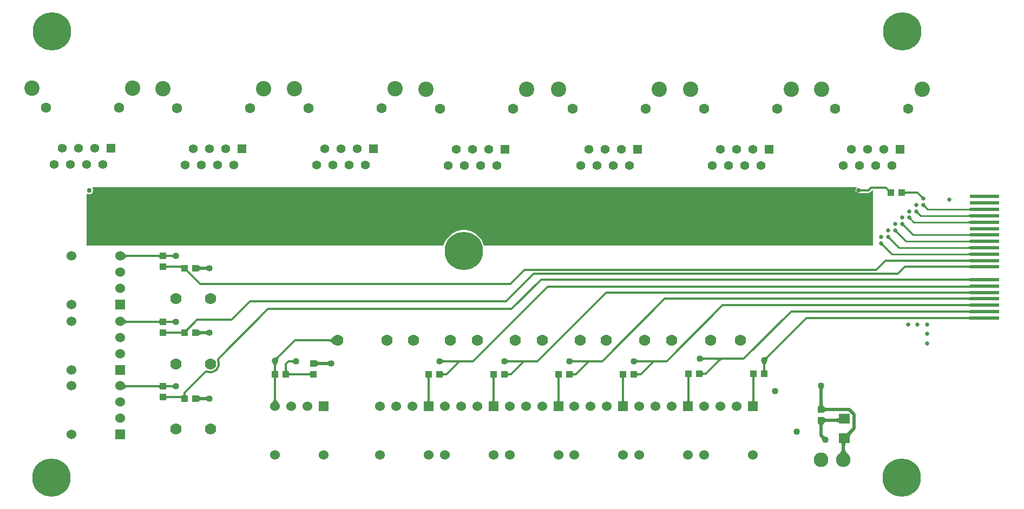
<source format=gtl>
G04*
G04 #@! TF.GenerationSoftware,Altium Limited,Altium Designer,22.11.1 (43)*
G04*
G04 Layer_Physical_Order=1*
G04 Layer_Color=255*
%FSAX25Y25*%
%MOIN*%
G70*
G04*
G04 #@! TF.SameCoordinates,EBA4B4AC-1B08-4463-AFC9-2197B451F785*
G04*
G04*
G04 #@! TF.FilePolarity,Positive*
G04*
G01*
G75*
%ADD10C,0.01000*%
%ADD17R,0.04331X0.03937*%
%ADD18R,0.03937X0.04331*%
%ADD19R,0.18300X0.02400*%
%ADD20R,0.07087X0.05906*%
%ADD38C,0.01200*%
%ADD39C,0.01200*%
%ADD40C,0.02000*%
%ADD41C,0.07000*%
%ADD42C,0.09449*%
%ADD43C,0.06299*%
%ADD44C,0.05512*%
%ADD45R,0.05512X0.05512*%
%ADD46C,0.06000*%
%ADD47R,0.06000X0.06000*%
%ADD48C,0.23622*%
%ADD49R,0.06000X0.06000*%
%ADD50C,0.09000*%
%ADD51C,0.03000*%
%ADD52C,0.02500*%
%ADD53C,0.04000*%
G36*
X0539352Y0239154D02*
X0539450Y0239077D01*
X0539554Y0239009D01*
X0539665Y0238951D01*
X0539782Y0238901D01*
X0539905Y0238861D01*
X0540035Y0238829D01*
X0540172Y0238807D01*
X0540314Y0238793D01*
X0540464Y0238789D01*
Y0237589D01*
X0540314Y0237584D01*
X0540172Y0237571D01*
X0540035Y0237548D01*
X0539905Y0237517D01*
X0539782Y0237476D01*
X0539665Y0237427D01*
X0539554Y0237368D01*
X0539450Y0237301D01*
X0539352Y0237225D01*
X0539260Y0237139D01*
Y0239239D01*
X0539352Y0239154D01*
D02*
G37*
G36*
X0556403Y0239533D02*
X0557217Y0238844D01*
X0557441Y0238695D01*
X0557642Y0238587D01*
X0557818Y0238519D01*
X0557971Y0238492D01*
X0558100Y0238505D01*
X0558205Y0238559D01*
X0556323Y0237070D01*
X0556399Y0237154D01*
X0556438Y0237257D01*
X0556442Y0237378D01*
X0556410Y0237519D01*
X0556342Y0237679D01*
X0556238Y0237859D01*
X0556098Y0238057D01*
X0555922Y0238275D01*
X0555463Y0238768D01*
X0556084Y0239844D01*
X0556403Y0239533D01*
D02*
G37*
G36*
X0537210Y0240060D02*
X0537108Y0239391D01*
X0537035Y0239342D01*
X0536682Y0238813D01*
X0536558Y0238189D01*
X0536682Y0237565D01*
X0537035Y0237035D01*
X0537565Y0236682D01*
X0538189Y0236558D01*
X0544516D01*
X0545141Y0236682D01*
X0545670Y0237035D01*
X0546744Y0238110D01*
X0547244Y0238077D01*
Y0203937D01*
X0307722D01*
X0307148Y0205705D01*
X0306233Y0207502D01*
X0305047Y0209133D01*
X0303621Y0210559D01*
X0301990Y0211744D01*
X0300193Y0212660D01*
X0298275Y0213283D01*
X0296284Y0213598D01*
X0294267D01*
X0292276Y0213283D01*
X0290358Y0212660D01*
X0288561Y0211744D01*
X0286930Y0210559D01*
X0285504Y0209133D01*
X0284319Y0207502D01*
X0283403Y0205705D01*
X0282829Y0203937D01*
X0062992D01*
Y0235594D01*
X0063492Y0235928D01*
X0064070Y0235689D01*
X0065064D01*
X0065983Y0236070D01*
X0066686Y0236773D01*
X0067067Y0237692D01*
Y0238686D01*
X0066686Y0239605D01*
X0066596Y0239696D01*
X0066787Y0240158D01*
X0537131D01*
X0537210Y0240060D01*
D02*
G37*
G36*
X0567323Y0237700D02*
X0567359Y0237598D01*
X0567419Y0237508D01*
X0567503Y0237430D01*
X0567611Y0237364D01*
X0567743Y0237310D01*
X0567899Y0237268D01*
X0568079Y0237238D01*
X0568283Y0237220D01*
X0568511Y0237214D01*
Y0236014D01*
X0568283Y0236008D01*
X0568079Y0235990D01*
X0567899Y0235960D01*
X0567743Y0235918D01*
X0567611Y0235864D01*
X0567503Y0235798D01*
X0567419Y0235720D01*
X0567359Y0235630D01*
X0567323Y0235528D01*
X0567311Y0235414D01*
Y0237814D01*
X0567323Y0237700D01*
D02*
G37*
G36*
X0577561Y0234709D02*
X0577746Y0234554D01*
X0577836Y0234492D01*
X0577924Y0234439D01*
X0578010Y0234396D01*
X0578094Y0234362D01*
X0578176Y0234339D01*
X0578256Y0234325D01*
X0578334Y0234321D01*
X0577097Y0233083D01*
X0577092Y0233161D01*
X0577078Y0233241D01*
X0577055Y0233323D01*
X0577022Y0233407D01*
X0576978Y0233493D01*
X0576926Y0233581D01*
X0576863Y0233671D01*
X0576791Y0233763D01*
X0576616Y0233952D01*
X0577465Y0234801D01*
X0577561Y0234709D01*
D02*
G37*
G36*
X0579600Y0229017D02*
X0579612Y0228914D01*
X0579634Y0228813D01*
X0579665Y0228713D01*
X0579705Y0228615D01*
X0579754Y0228519D01*
X0579812Y0228423D01*
X0579879Y0228330D01*
X0579955Y0228238D01*
X0580040Y0228147D01*
X0579333Y0227440D01*
X0579243Y0227525D01*
X0579151Y0227601D01*
X0579057Y0227669D01*
X0578962Y0227727D01*
X0578865Y0227776D01*
X0578767Y0227815D01*
X0578667Y0227846D01*
X0578566Y0227868D01*
X0578463Y0227880D01*
X0578359Y0227884D01*
X0579596Y0229121D01*
X0579600Y0229017D01*
D02*
G37*
G36*
X0607016Y0225378D02*
X0607006Y0225473D01*
X0606975Y0225558D01*
X0606925Y0225633D01*
X0606854Y0225698D01*
X0606763Y0225753D01*
X0606651Y0225798D01*
X0606520Y0225833D01*
X0606368Y0225858D01*
X0606196Y0225873D01*
X0606004Y0225878D01*
Y0226878D01*
X0606196Y0226883D01*
X0606368Y0226898D01*
X0606520Y0226923D01*
X0606651Y0226958D01*
X0606763Y0227003D01*
X0606854Y0227058D01*
X0606925Y0227123D01*
X0606975Y0227198D01*
X0607006Y0227283D01*
X0607016Y0227378D01*
Y0225378D01*
D02*
G37*
G36*
X0575269Y0225080D02*
X0575282Y0224977D01*
X0575303Y0224876D01*
X0575334Y0224776D01*
X0575374Y0224678D01*
X0575423Y0224582D01*
X0575481Y0224486D01*
X0575548Y0224393D01*
X0575624Y0224301D01*
X0575710Y0224210D01*
X0575003Y0223503D01*
X0574912Y0223588D01*
X0574820Y0223664D01*
X0574726Y0223731D01*
X0574631Y0223790D01*
X0574534Y0223838D01*
X0574436Y0223878D01*
X0574336Y0223909D01*
X0574235Y0223931D01*
X0574132Y0223943D01*
X0574028Y0223947D01*
X0575266Y0225184D01*
X0575269Y0225080D01*
D02*
G37*
G36*
X0607016Y0221441D02*
X0607006Y0221536D01*
X0606975Y0221621D01*
X0606925Y0221696D01*
X0606854Y0221761D01*
X0606763Y0221816D01*
X0606651Y0221861D01*
X0606520Y0221896D01*
X0606368Y0221921D01*
X0606196Y0221936D01*
X0606004Y0221941D01*
Y0222941D01*
X0606196Y0222946D01*
X0606368Y0222961D01*
X0606520Y0222986D01*
X0606651Y0223021D01*
X0606763Y0223066D01*
X0606854Y0223121D01*
X0606925Y0223186D01*
X0606975Y0223261D01*
X0607006Y0223346D01*
X0607016Y0223441D01*
Y0221441D01*
D02*
G37*
G36*
X0570938Y0221143D02*
X0570951Y0221040D01*
X0570973Y0220939D01*
X0571003Y0220839D01*
X0571043Y0220741D01*
X0571092Y0220644D01*
X0571150Y0220549D01*
X0571217Y0220456D01*
X0571294Y0220364D01*
X0571379Y0220273D01*
X0570672Y0219566D01*
X0570581Y0219651D01*
X0570489Y0219727D01*
X0570396Y0219795D01*
X0570300Y0219853D01*
X0570204Y0219901D01*
X0570106Y0219941D01*
X0570006Y0219972D01*
X0569905Y0219994D01*
X0569802Y0220006D01*
X0569698Y0220010D01*
X0570935Y0221247D01*
X0570938Y0221143D01*
D02*
G37*
G36*
X0607016Y0217504D02*
X0607006Y0217599D01*
X0606975Y0217684D01*
X0606925Y0217759D01*
X0606854Y0217824D01*
X0606763Y0217879D01*
X0606651Y0217924D01*
X0606520Y0217959D01*
X0606368Y0217984D01*
X0606196Y0217999D01*
X0606004Y0218004D01*
Y0219004D01*
X0606196Y0219009D01*
X0606368Y0219024D01*
X0606520Y0219049D01*
X0606651Y0219084D01*
X0606763Y0219129D01*
X0606854Y0219184D01*
X0606925Y0219249D01*
X0606975Y0219324D01*
X0607006Y0219409D01*
X0607016Y0219504D01*
Y0217504D01*
D02*
G37*
G36*
X0566608Y0217206D02*
X0566620Y0217103D01*
X0566642Y0217002D01*
X0566673Y0216902D01*
X0566713Y0216804D01*
X0566762Y0216707D01*
X0566820Y0216612D01*
X0566887Y0216519D01*
X0566963Y0216427D01*
X0567048Y0216336D01*
X0566341Y0215629D01*
X0566251Y0215714D01*
X0566158Y0215790D01*
X0566065Y0215858D01*
X0565970Y0215916D01*
X0565873Y0215965D01*
X0565775Y0216004D01*
X0565675Y0216035D01*
X0565574Y0216057D01*
X0565471Y0216069D01*
X0565367Y0216073D01*
X0566604Y0217310D01*
X0566608Y0217206D01*
D02*
G37*
G36*
X0562277Y0213269D02*
X0562290Y0213166D01*
X0562311Y0213065D01*
X0562342Y0212965D01*
X0562382Y0212867D01*
X0562431Y0212771D01*
X0562489Y0212675D01*
X0562556Y0212582D01*
X0562632Y0212490D01*
X0562718Y0212399D01*
X0562010Y0211692D01*
X0561920Y0211777D01*
X0561828Y0211853D01*
X0561734Y0211920D01*
X0561639Y0211979D01*
X0561542Y0212028D01*
X0561444Y0212067D01*
X0561344Y0212098D01*
X0561243Y0212120D01*
X0561140Y0212132D01*
X0561036Y0212136D01*
X0562274Y0213373D01*
X0562277Y0213269D01*
D02*
G37*
G36*
X0607016Y0209630D02*
X0607006Y0209725D01*
X0606975Y0209810D01*
X0606925Y0209885D01*
X0606854Y0209950D01*
X0606763Y0210005D01*
X0606651Y0210050D01*
X0606520Y0210085D01*
X0606368Y0210110D01*
X0606196Y0210125D01*
X0606004Y0210130D01*
Y0211130D01*
X0606196Y0211135D01*
X0606368Y0211150D01*
X0606520Y0211175D01*
X0606651Y0211210D01*
X0606763Y0211255D01*
X0606854Y0211310D01*
X0606925Y0211375D01*
X0606975Y0211450D01*
X0607006Y0211535D01*
X0607016Y0211630D01*
Y0209630D01*
D02*
G37*
G36*
X0557946Y0209332D02*
X0557959Y0209229D01*
X0557981Y0209128D01*
X0558011Y0209028D01*
X0558051Y0208930D01*
X0558100Y0208834D01*
X0558158Y0208738D01*
X0558225Y0208645D01*
X0558302Y0208553D01*
X0558387Y0208462D01*
X0557680Y0207755D01*
X0557589Y0207840D01*
X0557497Y0207916D01*
X0557403Y0207983D01*
X0557308Y0208042D01*
X0557211Y0208090D01*
X0557113Y0208130D01*
X0557014Y0208161D01*
X0556912Y0208183D01*
X0556810Y0208195D01*
X0556705Y0208199D01*
X0557943Y0209436D01*
X0557946Y0209332D01*
D02*
G37*
G36*
X0607016Y0205693D02*
X0607006Y0205788D01*
X0606975Y0205873D01*
X0606925Y0205948D01*
X0606854Y0206013D01*
X0606763Y0206068D01*
X0606651Y0206113D01*
X0606520Y0206148D01*
X0606368Y0206173D01*
X0606196Y0206188D01*
X0606004Y0206193D01*
Y0207193D01*
X0606196Y0207198D01*
X0606368Y0207213D01*
X0606520Y0207238D01*
X0606651Y0207273D01*
X0606763Y0207318D01*
X0606854Y0207373D01*
X0606925Y0207438D01*
X0606975Y0207513D01*
X0607006Y0207598D01*
X0607016Y0207693D01*
Y0205693D01*
D02*
G37*
G36*
X0553616Y0205395D02*
X0553628Y0205292D01*
X0553650Y0205191D01*
X0553681Y0205091D01*
X0553721Y0204993D01*
X0553769Y0204896D01*
X0553827Y0204801D01*
X0553895Y0204708D01*
X0553971Y0204616D01*
X0554056Y0204525D01*
X0553349Y0203818D01*
X0553258Y0203903D01*
X0553166Y0203979D01*
X0553073Y0204047D01*
X0552978Y0204104D01*
X0552881Y0204153D01*
X0552783Y0204193D01*
X0552683Y0204224D01*
X0552582Y0204246D01*
X0552479Y0204258D01*
X0552375Y0204262D01*
X0553612Y0205499D01*
X0553616Y0205395D01*
D02*
G37*
G36*
X0607016Y0201756D02*
X0607006Y0201851D01*
X0606975Y0201936D01*
X0606925Y0202011D01*
X0606854Y0202076D01*
X0606763Y0202131D01*
X0606651Y0202176D01*
X0606520Y0202211D01*
X0606368Y0202236D01*
X0606196Y0202251D01*
X0606004Y0202256D01*
Y0203256D01*
X0606196Y0203261D01*
X0606368Y0203276D01*
X0606520Y0203301D01*
X0606651Y0203336D01*
X0606763Y0203381D01*
X0606854Y0203436D01*
X0606925Y0203501D01*
X0606975Y0203576D01*
X0607006Y0203661D01*
X0607016Y0203756D01*
Y0201756D01*
D02*
G37*
G36*
Y0197819D02*
X0607006Y0197914D01*
X0606975Y0197999D01*
X0606925Y0198074D01*
X0606854Y0198139D01*
X0606763Y0198194D01*
X0606651Y0198239D01*
X0606520Y0198274D01*
X0606368Y0198299D01*
X0606196Y0198314D01*
X0606004Y0198319D01*
Y0199319D01*
X0606196Y0199324D01*
X0606368Y0199339D01*
X0606520Y0199364D01*
X0606651Y0199399D01*
X0606763Y0199444D01*
X0606854Y0199499D01*
X0606925Y0199564D01*
X0606975Y0199639D01*
X0607006Y0199724D01*
X0607016Y0199819D01*
Y0197819D01*
D02*
G37*
G36*
X0111799Y0198724D02*
X0111836Y0198622D01*
X0111896Y0198532D01*
X0111981Y0198454D01*
X0112090Y0198388D01*
X0112223Y0198334D01*
X0112381Y0198292D01*
X0112563Y0198262D01*
X0112769Y0198244D01*
X0112999Y0198238D01*
Y0197038D01*
X0112769Y0197032D01*
X0112563Y0197014D01*
X0112381Y0196984D01*
X0112223Y0196942D01*
X0112090Y0196888D01*
X0111981Y0196822D01*
X0111896Y0196744D01*
X0111836Y0196654D01*
X0111799Y0196552D01*
X0111787Y0196438D01*
Y0198838D01*
X0111799Y0198724D01*
D02*
G37*
G36*
X0107898Y0196438D02*
X0107886Y0196552D01*
X0107850Y0196654D01*
X0107789Y0196744D01*
X0107704Y0196822D01*
X0107595Y0196888D01*
X0107462Y0196942D01*
X0107304Y0196984D01*
X0107122Y0197014D01*
X0106916Y0197032D01*
X0106686Y0197038D01*
Y0198238D01*
X0106916Y0198244D01*
X0107122Y0198262D01*
X0107304Y0198292D01*
X0107462Y0198334D01*
X0107595Y0198388D01*
X0107704Y0198454D01*
X0107789Y0198532D01*
X0107850Y0198622D01*
X0107886Y0198724D01*
X0107898Y0198838D01*
Y0196438D01*
D02*
G37*
G36*
X0116682Y0196238D02*
X0116524Y0196390D01*
X0116364Y0196526D01*
X0116201Y0196646D01*
X0116037Y0196750D01*
X0115870Y0196838D01*
X0115701Y0196910D01*
X0115530Y0196966D01*
X0115356Y0197006D01*
X0115180Y0197030D01*
X0115002Y0197038D01*
Y0198238D01*
X0115180Y0198246D01*
X0115356Y0198270D01*
X0115530Y0198310D01*
X0115701Y0198366D01*
X0115870Y0198438D01*
X0116037Y0198526D01*
X0116201Y0198630D01*
X0116364Y0198750D01*
X0116524Y0198886D01*
X0116682Y0199038D01*
Y0196238D01*
D02*
G37*
G36*
X0086020Y0199470D02*
X0086565Y0198984D01*
X0086829Y0198786D01*
X0087087Y0198618D01*
X0087340Y0198481D01*
X0087588Y0198375D01*
X0087830Y0198299D01*
X0088067Y0198253D01*
X0088298Y0198238D01*
X0088266Y0197038D01*
X0088039Y0197023D01*
X0087805Y0196979D01*
X0087562Y0196905D01*
X0087311Y0196801D01*
X0087052Y0196669D01*
X0086784Y0196506D01*
X0086508Y0196314D01*
X0086224Y0196093D01*
X0085630Y0195561D01*
X0085740Y0199760D01*
X0086020Y0199470D01*
D02*
G37*
G36*
X0607004Y0193694D02*
X0606992Y0193806D01*
X0606956Y0193906D01*
X0606896Y0193994D01*
X0606812Y0194070D01*
X0606704Y0194135D01*
X0606572Y0194188D01*
X0606416Y0194229D01*
X0606236Y0194258D01*
X0606032Y0194276D01*
X0605804Y0194282D01*
Y0195482D01*
X0606032Y0195488D01*
X0606236Y0195505D01*
X0606416Y0195535D01*
X0606572Y0195576D01*
X0606704Y0195629D01*
X0606812Y0195694D01*
X0606896Y0195770D01*
X0606956Y0195858D01*
X0606992Y0195958D01*
X0607004Y0196070D01*
Y0193694D01*
D02*
G37*
G36*
Y0189757D02*
X0606992Y0189869D01*
X0606956Y0189969D01*
X0606896Y0190057D01*
X0606812Y0190133D01*
X0606704Y0190198D01*
X0606572Y0190251D01*
X0606416Y0190292D01*
X0606236Y0190321D01*
X0606032Y0190339D01*
X0605804Y0190345D01*
Y0191545D01*
X0606032Y0191551D01*
X0606236Y0191568D01*
X0606416Y0191598D01*
X0606572Y0191639D01*
X0606704Y0191692D01*
X0606812Y0191757D01*
X0606896Y0191833D01*
X0606956Y0191921D01*
X0606992Y0192021D01*
X0607004Y0192133D01*
Y0189757D01*
D02*
G37*
G36*
X0121087Y0189745D02*
X0121074Y0189859D01*
X0121038Y0189961D01*
X0120977Y0190051D01*
X0120892Y0190129D01*
X0120782Y0190195D01*
X0120649Y0190249D01*
X0120492Y0190291D01*
X0120310Y0190321D01*
X0120105Y0190339D01*
X0119875Y0190345D01*
Y0191545D01*
X0120103Y0191551D01*
X0120307Y0191568D01*
X0120487Y0191596D01*
X0120643Y0191636D01*
X0120775Y0191687D01*
X0120883Y0191750D01*
X0120967Y0191824D01*
X0121027Y0191909D01*
X0121063Y0192006D01*
X0121075Y0192114D01*
X0121087Y0189745D01*
D02*
G37*
G36*
X0111799Y0192031D02*
X0111836Y0191929D01*
X0111896Y0191839D01*
X0111981Y0191761D01*
X0112090Y0191695D01*
X0112223Y0191641D01*
X0112381Y0191599D01*
X0112563Y0191569D01*
X0112769Y0191551D01*
X0112999Y0191545D01*
Y0190345D01*
X0112769Y0190339D01*
X0112563Y0190321D01*
X0112381Y0190291D01*
X0112223Y0190249D01*
X0112090Y0190195D01*
X0111981Y0190129D01*
X0111896Y0190051D01*
X0111836Y0189961D01*
X0111799Y0189859D01*
X0111787Y0189745D01*
Y0192145D01*
X0111799Y0192031D01*
D02*
G37*
G36*
X0137154Y0188758D02*
X0137069Y0188833D01*
X0136969Y0188901D01*
X0136854Y0188962D01*
X0136726Y0189014D01*
X0136582Y0189058D01*
X0136425Y0189093D01*
X0136253Y0189121D01*
X0136066Y0189141D01*
X0135651Y0189157D01*
Y0191157D01*
X0135866Y0191162D01*
X0136253Y0191193D01*
X0136425Y0191221D01*
X0136582Y0191258D01*
X0136726Y0191302D01*
X0136854Y0191353D01*
X0136969Y0191413D01*
X0137069Y0191481D01*
X0137154Y0191558D01*
Y0188758D01*
D02*
G37*
G36*
X0132095Y0191932D02*
X0132155Y0191770D01*
X0132255Y0191626D01*
X0132395Y0191502D01*
X0132574Y0191397D01*
X0132794Y0191311D01*
X0133054Y0191244D01*
X0133354Y0191196D01*
X0133695Y0191167D01*
X0134074Y0191157D01*
Y0189157D01*
X0133695Y0189148D01*
X0133354Y0189119D01*
X0133054Y0189071D01*
X0132794Y0189004D01*
X0132574Y0188918D01*
X0132395Y0188813D01*
X0132255Y0188689D01*
X0132155Y0188545D01*
X0132095Y0188383D01*
X0132074Y0188201D01*
Y0192114D01*
X0132095Y0191932D01*
D02*
G37*
G36*
X0125294Y0189618D02*
X0125255Y0189515D01*
X0125251Y0189393D01*
X0125283Y0189252D01*
X0125351Y0189092D01*
X0125455Y0188913D01*
X0125595Y0188715D01*
X0125771Y0188497D01*
X0126230Y0188004D01*
X0125185Y0187352D01*
X0124946Y0187582D01*
X0124515Y0187946D01*
X0124323Y0188081D01*
X0124146Y0188182D01*
X0123984Y0188253D01*
X0123837Y0188291D01*
X0123705Y0188297D01*
X0123589Y0188271D01*
X0123488Y0188213D01*
X0125370Y0189701D01*
X0125294Y0189618D01*
D02*
G37*
G36*
X0607004Y0181883D02*
X0606992Y0181995D01*
X0606956Y0182095D01*
X0606896Y0182183D01*
X0606812Y0182259D01*
X0606704Y0182324D01*
X0606572Y0182377D01*
X0606416Y0182418D01*
X0606236Y0182447D01*
X0606032Y0182465D01*
X0605804Y0182471D01*
Y0183671D01*
X0606032Y0183677D01*
X0606236Y0183694D01*
X0606416Y0183724D01*
X0606572Y0183765D01*
X0606704Y0183818D01*
X0606812Y0183882D01*
X0606896Y0183959D01*
X0606956Y0184047D01*
X0606992Y0184147D01*
X0607004Y0184259D01*
Y0181883D01*
D02*
G37*
G36*
Y0177946D02*
X0606992Y0177982D01*
X0606956Y0178014D01*
X0606896Y0178042D01*
X0606812Y0178066D01*
X0606704Y0178087D01*
X0606572Y0178104D01*
X0606236Y0178126D01*
X0605804Y0178134D01*
Y0179334D01*
X0606033Y0179340D01*
X0606239Y0179358D01*
X0606420Y0179388D01*
X0606578Y0179430D01*
X0606711Y0179484D01*
X0606820Y0179550D01*
X0606905Y0179628D01*
X0606966Y0179718D01*
X0607003Y0179820D01*
X0607016Y0179934D01*
X0607004Y0177946D01*
D02*
G37*
G36*
Y0174009D02*
X0606992Y0174121D01*
X0606956Y0174221D01*
X0606896Y0174309D01*
X0606812Y0174385D01*
X0606704Y0174450D01*
X0606572Y0174503D01*
X0606416Y0174544D01*
X0606236Y0174573D01*
X0606032Y0174591D01*
X0605804Y0174597D01*
Y0175797D01*
X0606032Y0175803D01*
X0606236Y0175820D01*
X0606416Y0175850D01*
X0606572Y0175891D01*
X0606704Y0175944D01*
X0606812Y0176008D01*
X0606896Y0176085D01*
X0606956Y0176173D01*
X0606992Y0176273D01*
X0607004Y0176385D01*
Y0174009D01*
D02*
G37*
G36*
Y0170072D02*
X0606992Y0170184D01*
X0606956Y0170283D01*
X0606896Y0170372D01*
X0606812Y0170448D01*
X0606704Y0170513D01*
X0606572Y0170566D01*
X0606416Y0170607D01*
X0606236Y0170636D01*
X0606032Y0170654D01*
X0605804Y0170660D01*
Y0171860D01*
X0606032Y0171866D01*
X0606236Y0171883D01*
X0606416Y0171913D01*
X0606572Y0171954D01*
X0606704Y0172007D01*
X0606812Y0172072D01*
X0606896Y0172148D01*
X0606956Y0172236D01*
X0606992Y0172336D01*
X0607004Y0172448D01*
Y0170072D01*
D02*
G37*
G36*
Y0166135D02*
X0606992Y0166247D01*
X0606956Y0166347D01*
X0606896Y0166435D01*
X0606812Y0166511D01*
X0606704Y0166576D01*
X0606572Y0166629D01*
X0606416Y0166670D01*
X0606236Y0166699D01*
X0606032Y0166717D01*
X0605804Y0166723D01*
Y0167923D01*
X0606032Y0167929D01*
X0606236Y0167946D01*
X0606416Y0167976D01*
X0606572Y0168017D01*
X0606704Y0168070D01*
X0606812Y0168134D01*
X0606896Y0168211D01*
X0606956Y0168299D01*
X0606992Y0168399D01*
X0607004Y0168511D01*
Y0166135D01*
D02*
G37*
G36*
Y0162198D02*
X0606992Y0162310D01*
X0606956Y0162409D01*
X0606896Y0162498D01*
X0606812Y0162574D01*
X0606704Y0162639D01*
X0606572Y0162692D01*
X0606416Y0162733D01*
X0606236Y0162762D01*
X0606032Y0162780D01*
X0605804Y0162786D01*
Y0163986D01*
X0606032Y0163992D01*
X0606236Y0164009D01*
X0606416Y0164039D01*
X0606572Y0164080D01*
X0606704Y0164133D01*
X0606812Y0164198D01*
X0606896Y0164274D01*
X0606956Y0164362D01*
X0606992Y0164462D01*
X0607004Y0164574D01*
Y0162198D01*
D02*
G37*
G36*
Y0158261D02*
X0606992Y0158372D01*
X0606956Y0158473D01*
X0606896Y0158561D01*
X0606812Y0158637D01*
X0606704Y0158702D01*
X0606572Y0158755D01*
X0606416Y0158796D01*
X0606236Y0158825D01*
X0606032Y0158843D01*
X0605804Y0158849D01*
Y0160049D01*
X0606032Y0160055D01*
X0606236Y0160072D01*
X0606416Y0160102D01*
X0606572Y0160143D01*
X0606704Y0160196D01*
X0606812Y0160260D01*
X0606896Y0160337D01*
X0606956Y0160425D01*
X0606992Y0160525D01*
X0607004Y0160637D01*
Y0158261D01*
D02*
G37*
G36*
X0111799Y0158173D02*
X0111836Y0158071D01*
X0111896Y0157981D01*
X0111981Y0157903D01*
X0112090Y0157837D01*
X0112223Y0157783D01*
X0112381Y0157741D01*
X0112563Y0157711D01*
X0112769Y0157693D01*
X0112999Y0157687D01*
Y0156487D01*
X0112769Y0156481D01*
X0112563Y0156463D01*
X0112381Y0156433D01*
X0112223Y0156391D01*
X0112090Y0156337D01*
X0111981Y0156271D01*
X0111896Y0156193D01*
X0111836Y0156103D01*
X0111799Y0156001D01*
X0111787Y0155887D01*
Y0158287D01*
X0111799Y0158173D01*
D02*
G37*
G36*
X0107898Y0155887D02*
X0107886Y0156001D01*
X0107850Y0156103D01*
X0107789Y0156193D01*
X0107704Y0156271D01*
X0107595Y0156337D01*
X0107462Y0156391D01*
X0107304Y0156433D01*
X0107122Y0156463D01*
X0106916Y0156481D01*
X0106686Y0156487D01*
Y0157687D01*
X0106916Y0157693D01*
X0107122Y0157711D01*
X0107304Y0157741D01*
X0107462Y0157783D01*
X0107595Y0157837D01*
X0107704Y0157903D01*
X0107789Y0157981D01*
X0107850Y0158071D01*
X0107886Y0158173D01*
X0107898Y0158287D01*
Y0155887D01*
D02*
G37*
G36*
X0116682Y0155687D02*
X0116524Y0155839D01*
X0116364Y0155975D01*
X0116201Y0156095D01*
X0116037Y0156199D01*
X0115870Y0156287D01*
X0115701Y0156359D01*
X0115530Y0156415D01*
X0115356Y0156455D01*
X0115180Y0156479D01*
X0115002Y0156487D01*
Y0157687D01*
X0115180Y0157695D01*
X0115356Y0157719D01*
X0115530Y0157759D01*
X0115701Y0157815D01*
X0115870Y0157887D01*
X0116037Y0157975D01*
X0116201Y0158079D01*
X0116364Y0158199D01*
X0116524Y0158335D01*
X0116682Y0158487D01*
Y0155687D01*
D02*
G37*
G36*
X0086219Y0158990D02*
X0086449Y0158716D01*
X0086681Y0158475D01*
X0086914Y0158266D01*
X0087148Y0158089D01*
X0087384Y0157944D01*
X0087621Y0157831D01*
X0087860Y0157751D01*
X0088099Y0157703D01*
X0088341Y0157687D01*
X0088145Y0156487D01*
X0087935Y0156473D01*
X0087710Y0156433D01*
X0087468Y0156366D01*
X0087210Y0156272D01*
X0086937Y0156152D01*
X0086647Y0156005D01*
X0086020Y0155630D01*
X0085682Y0155402D01*
X0085328Y0155148D01*
X0085990Y0159295D01*
X0086219Y0158990D01*
D02*
G37*
G36*
X0126230Y0152547D02*
X0125983Y0152291D01*
X0125595Y0151837D01*
X0125455Y0151638D01*
X0125351Y0151459D01*
X0125283Y0151299D01*
X0125251Y0151158D01*
X0125255Y0151036D01*
X0125294Y0150934D01*
X0125370Y0150850D01*
X0123488Y0152338D01*
X0123589Y0152280D01*
X0123705Y0152254D01*
X0123837Y0152260D01*
X0123983Y0152299D01*
X0124145Y0152369D01*
X0124323Y0152471D01*
X0124515Y0152605D01*
X0124723Y0152771D01*
X0125185Y0153199D01*
X0126230Y0152547D01*
D02*
G37*
G36*
X0121087Y0149194D02*
X0121075Y0149308D01*
X0121038Y0149410D01*
X0120978Y0149500D01*
X0120893Y0149578D01*
X0120784Y0149644D01*
X0120651Y0149698D01*
X0120493Y0149740D01*
X0120311Y0149770D01*
X0120105Y0149788D01*
X0119875Y0149794D01*
Y0150994D01*
X0120105Y0151000D01*
X0120311Y0151018D01*
X0120493Y0151048D01*
X0120651Y0151090D01*
X0120784Y0151144D01*
X0120893Y0151210D01*
X0120978Y0151288D01*
X0121038Y0151378D01*
X0121075Y0151480D01*
X0121087Y0151594D01*
Y0149194D01*
D02*
G37*
G36*
X0111799Y0151480D02*
X0111836Y0151378D01*
X0111896Y0151288D01*
X0111981Y0151210D01*
X0112090Y0151144D01*
X0112223Y0151090D01*
X0112381Y0151048D01*
X0112563Y0151018D01*
X0112769Y0151000D01*
X0112999Y0150994D01*
Y0149794D01*
X0112769Y0149788D01*
X0112563Y0149770D01*
X0112381Y0149740D01*
X0112223Y0149698D01*
X0112090Y0149644D01*
X0111981Y0149578D01*
X0111896Y0149500D01*
X0111836Y0149410D01*
X0111799Y0149308D01*
X0111787Y0149194D01*
Y0151594D01*
X0111799Y0151480D01*
D02*
G37*
G36*
X0137154Y0148994D02*
X0137069Y0149070D01*
X0136969Y0149138D01*
X0136854Y0149198D01*
X0136726Y0149250D01*
X0136582Y0149294D01*
X0136425Y0149330D01*
X0136253Y0149358D01*
X0136066Y0149378D01*
X0135651Y0149394D01*
Y0151394D01*
X0135866Y0151398D01*
X0136253Y0151430D01*
X0136425Y0151458D01*
X0136582Y0151494D01*
X0136726Y0151538D01*
X0136854Y0151590D01*
X0136969Y0151650D01*
X0137069Y0151718D01*
X0137154Y0151794D01*
Y0148994D01*
D02*
G37*
G36*
X0132095Y0152169D02*
X0132155Y0152006D01*
X0132255Y0151862D01*
X0132395Y0151738D01*
X0132574Y0151633D01*
X0132794Y0151547D01*
X0133054Y0151480D01*
X0133354Y0151432D01*
X0133695Y0151403D01*
X0134074Y0151394D01*
Y0149394D01*
X0133695Y0149384D01*
X0133354Y0149355D01*
X0133054Y0149308D01*
X0132794Y0149241D01*
X0132574Y0149155D01*
X0132395Y0149049D01*
X0132255Y0148925D01*
X0132155Y0148782D01*
X0132095Y0148619D01*
X0132074Y0148437D01*
Y0152350D01*
X0132095Y0152169D01*
D02*
G37*
G36*
X0215217Y0143219D02*
X0214860Y0143571D01*
X0214181Y0144163D01*
X0213859Y0144403D01*
X0213548Y0144607D01*
X0213249Y0144773D01*
X0212962Y0144903D01*
X0212686Y0144995D01*
X0212421Y0145051D01*
X0212168Y0145069D01*
Y0146269D01*
X0212421Y0146288D01*
X0212686Y0146343D01*
X0212962Y0146436D01*
X0213249Y0146565D01*
X0213548Y0146732D01*
X0213859Y0146935D01*
X0214181Y0147176D01*
X0214515Y0147453D01*
X0215217Y0148119D01*
Y0143219D01*
D02*
G37*
G36*
X0181567Y0135049D02*
X0181444Y0134913D01*
X0181337Y0134770D01*
X0181248Y0134619D01*
X0181176Y0134460D01*
X0181121Y0134293D01*
X0181083Y0134118D01*
X0181062Y0133936D01*
X0181058Y0133746D01*
X0181071Y0133548D01*
X0181101Y0133343D01*
X0178811Y0134954D01*
X0179036Y0134996D01*
X0179453Y0135104D01*
X0179645Y0135171D01*
X0179825Y0135245D01*
X0179995Y0135328D01*
X0180154Y0135419D01*
X0180301Y0135519D01*
X0180438Y0135627D01*
X0180563Y0135742D01*
X0181567Y0135049D01*
D02*
G37*
G36*
X0482937Y0135069D02*
X0482817Y0134937D01*
X0482709Y0134796D01*
X0482615Y0134645D01*
X0482533Y0134484D01*
X0482465Y0134314D01*
X0482409Y0134133D01*
X0482366Y0133943D01*
X0482336Y0133744D01*
X0482319Y0133534D01*
X0482315Y0133315D01*
X0480335Y0135295D01*
X0480554Y0135299D01*
X0480764Y0135316D01*
X0480963Y0135346D01*
X0481153Y0135389D01*
X0481333Y0135445D01*
X0481504Y0135514D01*
X0481665Y0135595D01*
X0481815Y0135689D01*
X0481957Y0135797D01*
X0482088Y0135917D01*
X0482937Y0135069D01*
D02*
G37*
G36*
X0442137Y0135500D02*
X0442298Y0135364D01*
X0442460Y0135244D01*
X0442625Y0135140D01*
X0442791Y0135052D01*
X0442961Y0134980D01*
X0443132Y0134924D01*
X0443305Y0134884D01*
X0443481Y0134860D01*
X0443659Y0134852D01*
Y0133652D01*
X0443481Y0133644D01*
X0443305Y0133620D01*
X0443132Y0133580D01*
X0442961Y0133524D01*
X0442791Y0133452D01*
X0442625Y0133364D01*
X0442460Y0133260D01*
X0442298Y0133140D01*
X0442137Y0133004D01*
X0441980Y0132852D01*
Y0135652D01*
X0442137Y0135500D01*
D02*
G37*
G36*
X0454963Y0133652D02*
X0454726Y0133643D01*
X0454497Y0133618D01*
X0454274Y0133576D01*
X0454059Y0133516D01*
X0453851Y0133440D01*
X0453649Y0133346D01*
X0453455Y0133236D01*
X0453268Y0133109D01*
X0453088Y0132965D01*
X0452914Y0132803D01*
X0451217D01*
X0451366Y0132965D01*
X0451475Y0133109D01*
X0451542Y0133236D01*
X0451568Y0133346D01*
X0451554Y0133440D01*
X0451498Y0133516D01*
X0451401Y0133576D01*
X0451264Y0133618D01*
X0451085Y0133643D01*
X0450866Y0133652D01*
X0453514Y0134852D01*
X0454963Y0133652D01*
D02*
G37*
G36*
X0401586Y0134150D02*
X0401746Y0134013D01*
X0401909Y0133894D01*
X0402073Y0133790D01*
X0402240Y0133702D01*
X0402409Y0133630D01*
X0402580Y0133573D01*
X0402754Y0133534D01*
X0402930Y0133510D01*
X0403108Y0133502D01*
Y0132301D01*
X0402930Y0132293D01*
X0402754Y0132270D01*
X0402580Y0132229D01*
X0402409Y0132174D01*
X0402240Y0132102D01*
X0402073Y0132013D01*
X0401909Y0131910D01*
X0401746Y0131790D01*
X0401586Y0131653D01*
X0401428Y0131501D01*
Y0134301D01*
X0401586Y0134150D01*
D02*
G37*
G36*
X0281901D02*
X0282061Y0134013D01*
X0282224Y0133894D01*
X0282388Y0133790D01*
X0282555Y0133702D01*
X0282724Y0133630D01*
X0282896Y0133573D01*
X0283069Y0133534D01*
X0283245Y0133510D01*
X0283423Y0133502D01*
Y0132301D01*
X0283245Y0132293D01*
X0283069Y0132270D01*
X0282896Y0132229D01*
X0282724Y0132174D01*
X0282555Y0132102D01*
X0282388Y0132013D01*
X0282224Y0131910D01*
X0282061Y0131790D01*
X0281901Y0131653D01*
X0281743Y0131501D01*
Y0134301D01*
X0281901Y0134150D01*
D02*
G37*
G36*
X0361822Y0134150D02*
X0361982Y0134013D01*
X0362145Y0133894D01*
X0362310Y0133790D01*
X0362476Y0133701D01*
X0362645Y0133629D01*
X0362817Y0133573D01*
X0362990Y0133533D01*
X0363166Y0133509D01*
X0363344Y0133501D01*
Y0132301D01*
X0363166Y0132293D01*
X0362990Y0132270D01*
X0362817Y0132229D01*
X0362645Y0132174D01*
X0362476Y0132101D01*
X0362310Y0132013D01*
X0362145Y0131909D01*
X0361982Y0131790D01*
X0361822Y0131653D01*
X0361664Y0131501D01*
Y0134301D01*
X0361822Y0134150D01*
D02*
G37*
G36*
X0321862Y0134149D02*
X0322022Y0134013D01*
X0322184Y0133893D01*
X0322349Y0133789D01*
X0322516Y0133701D01*
X0322685Y0133629D01*
X0322856Y0133573D01*
X0323030Y0133533D01*
X0323205Y0133509D01*
X0323383Y0133501D01*
Y0132301D01*
X0323205Y0132293D01*
X0323030Y0132269D01*
X0322856Y0132229D01*
X0322685Y0132173D01*
X0322516Y0132101D01*
X0322349Y0132013D01*
X0322184Y0131909D01*
X0322022Y0131789D01*
X0321862Y0131653D01*
X0321704Y0131501D01*
Y0134301D01*
X0321862Y0134149D01*
D02*
G37*
G36*
X0190698Y0131277D02*
X0190540Y0131429D01*
X0190380Y0131565D01*
X0190217Y0131685D01*
X0190053Y0131789D01*
X0189886Y0131877D01*
X0189717Y0131949D01*
X0189545Y0132005D01*
X0189372Y0132045D01*
X0189196Y0132069D01*
X0189018Y0132077D01*
Y0133277D01*
X0189196Y0133285D01*
X0189372Y0133309D01*
X0189545Y0133349D01*
X0189717Y0133405D01*
X0189886Y0133477D01*
X0190053Y0133565D01*
X0190217Y0133669D01*
X0190380Y0133789D01*
X0190540Y0133925D01*
X0190698Y0134077D01*
Y0131277D01*
D02*
G37*
G36*
X0481563Y0131709D02*
X0481427Y0131549D01*
X0481307Y0131386D01*
X0481203Y0131222D01*
X0481115Y0131055D01*
X0481043Y0130886D01*
X0480987Y0130714D01*
X0480947Y0130541D01*
X0480923Y0130365D01*
X0480915Y0130187D01*
X0479715D01*
X0479707Y0130365D01*
X0479683Y0130541D01*
X0479643Y0130714D01*
X0479587Y0130886D01*
X0479515Y0131055D01*
X0479427Y0131222D01*
X0479323Y0131386D01*
X0479203Y0131549D01*
X0479067Y0131709D01*
X0478915Y0131867D01*
X0481715D01*
X0481563Y0131709D01*
D02*
G37*
G36*
X0212351Y0130096D02*
X0212266Y0130172D01*
X0212166Y0130240D01*
X0212051Y0130300D01*
X0211923Y0130352D01*
X0211779Y0130396D01*
X0211622Y0130432D01*
X0211450Y0130460D01*
X0211263Y0130480D01*
X0210847Y0130496D01*
X0210847Y0132496D01*
X0211063Y0132500D01*
X0211450Y0132532D01*
X0211622Y0132560D01*
X0211779Y0132596D01*
X0211922Y0132640D01*
X0212051Y0132692D01*
X0212166Y0132752D01*
X0212266Y0132820D01*
X0212351Y0132896D01*
X0212351Y0130096D01*
D02*
G37*
G36*
X0180382Y0131394D02*
X0180246Y0131234D01*
X0180126Y0131071D01*
X0180022Y0130907D01*
X0179934Y0130740D01*
X0179862Y0130571D01*
X0179806Y0130400D01*
X0179766Y0130226D01*
X0179742Y0130050D01*
X0179734Y0129872D01*
X0178534D01*
X0178526Y0130050D01*
X0178502Y0130226D01*
X0178462Y0130400D01*
X0178406Y0130571D01*
X0178334Y0130740D01*
X0178246Y0130907D01*
X0178142Y0131071D01*
X0178022Y0131234D01*
X0177886Y0131394D01*
X0177734Y0131552D01*
X0180534D01*
X0180382Y0131394D01*
D02*
G37*
G36*
X0204720Y0133306D02*
X0204781Y0133136D01*
X0204882Y0132986D01*
X0205022Y0132856D01*
X0205203Y0132746D01*
X0205425Y0132656D01*
X0205686Y0132586D01*
X0205988Y0132536D01*
X0206330Y0132506D01*
X0206712Y0132496D01*
Y0130496D01*
X0206330Y0130486D01*
X0205988Y0130456D01*
X0205686Y0130406D01*
X0205425Y0130336D01*
X0205203Y0130246D01*
X0205022Y0130136D01*
X0204882Y0130006D01*
X0204781Y0129856D01*
X0204720Y0129686D01*
X0204700Y0129496D01*
Y0133496D01*
X0204720Y0133306D01*
D02*
G37*
G36*
X0480921Y0128123D02*
X0480939Y0127917D01*
X0480969Y0127735D01*
X0481011Y0127578D01*
X0481065Y0127444D01*
X0481131Y0127335D01*
X0481209Y0127250D01*
X0481299Y0127190D01*
X0481401Y0127154D01*
X0481515Y0127141D01*
X0479115D01*
X0479229Y0127154D01*
X0479331Y0127190D01*
X0479421Y0127250D01*
X0479499Y0127335D01*
X0479565Y0127444D01*
X0479619Y0127578D01*
X0479661Y0127735D01*
X0479691Y0127917D01*
X0479709Y0128123D01*
X0479715Y0128353D01*
X0480915D01*
X0480921Y0128123D01*
D02*
G37*
G36*
X0186433Y0127808D02*
X0186451Y0127602D01*
X0186481Y0127420D01*
X0186523Y0127263D01*
X0186577Y0127129D01*
X0186643Y0127020D01*
X0186721Y0126936D01*
X0186811Y0126875D01*
X0186913Y0126839D01*
X0187027Y0126826D01*
X0184627D01*
X0184741Y0126839D01*
X0184843Y0126875D01*
X0184933Y0126936D01*
X0185011Y0127020D01*
X0185077Y0127129D01*
X0185131Y0127263D01*
X0185173Y0127420D01*
X0185203Y0127602D01*
X0185221Y0127808D01*
X0185227Y0128038D01*
X0186427D01*
X0186433Y0127808D01*
D02*
G37*
G36*
X0179740D02*
X0179758Y0127602D01*
X0179788Y0127420D01*
X0179830Y0127263D01*
X0179884Y0127129D01*
X0179950Y0127020D01*
X0180028Y0126936D01*
X0180118Y0126875D01*
X0180220Y0126839D01*
X0180334Y0126826D01*
X0177934D01*
X0178048Y0126839D01*
X0178150Y0126875D01*
X0178240Y0126936D01*
X0178318Y0127020D01*
X0178384Y0127129D01*
X0178438Y0127263D01*
X0178480Y0127420D01*
X0178510Y0127602D01*
X0178528Y0127808D01*
X0178534Y0128038D01*
X0179734D01*
X0179740Y0127808D01*
D02*
G37*
G36*
X0442478Y0126297D02*
X0442514Y0126195D01*
X0442574Y0126105D01*
X0442658Y0126027D01*
X0442766Y0125961D01*
X0442898Y0125907D01*
X0443054Y0125865D01*
X0443234Y0125835D01*
X0443438Y0125817D01*
X0443666Y0125811D01*
Y0124611D01*
X0443438Y0124605D01*
X0443234Y0124587D01*
X0443054Y0124557D01*
X0442898Y0124515D01*
X0442766Y0124461D01*
X0442658Y0124395D01*
X0442574Y0124317D01*
X0442514Y0124227D01*
X0442478Y0124125D01*
X0442466Y0124011D01*
Y0126411D01*
X0442478Y0126297D01*
D02*
G37*
G36*
X0200811Y0123682D02*
X0200799Y0123796D01*
X0200763Y0123898D01*
X0200702Y0123988D01*
X0200618Y0124066D01*
X0200508Y0124132D01*
X0200375Y0124186D01*
X0200218Y0124228D01*
X0200036Y0124258D01*
X0199830Y0124276D01*
X0199599Y0124282D01*
Y0125482D01*
X0199830Y0125488D01*
X0200036Y0125506D01*
X0200218Y0125536D01*
X0200375Y0125578D01*
X0200508Y0125632D01*
X0200618Y0125698D01*
X0200702Y0125776D01*
X0200763Y0125866D01*
X0200799Y0125968D01*
X0200811Y0126082D01*
Y0123682D01*
D02*
G37*
G36*
X0187992Y0125968D02*
X0188028Y0125866D01*
X0188088Y0125776D01*
X0188172Y0125698D01*
X0188280Y0125632D01*
X0188412Y0125578D01*
X0188568Y0125536D01*
X0188748Y0125506D01*
X0188952Y0125488D01*
X0189180Y0125482D01*
Y0124282D01*
X0188952Y0124276D01*
X0188748Y0124258D01*
X0188568Y0124228D01*
X0188412Y0124186D01*
X0188280Y0124132D01*
X0188172Y0124066D01*
X0188088Y0123988D01*
X0188028Y0123898D01*
X0187992Y0123796D01*
X0187980Y0123682D01*
Y0126082D01*
X0187992Y0125968D01*
D02*
G37*
G36*
X0402165Y0125889D02*
X0402201Y0125787D01*
X0402261Y0125697D01*
X0402345Y0125619D01*
X0402453Y0125553D01*
X0402585Y0125499D01*
X0402741Y0125457D01*
X0402921Y0125427D01*
X0403125Y0125409D01*
X0403353Y0125403D01*
Y0124203D01*
X0403125Y0124197D01*
X0402921Y0124179D01*
X0402741Y0124149D01*
X0402585Y0124107D01*
X0402453Y0124053D01*
X0402345Y0123987D01*
X0402261Y0123909D01*
X0402201Y0123819D01*
X0402165Y0123717D01*
X0402153Y0123603D01*
Y0126003D01*
X0402165Y0125889D01*
D02*
G37*
G36*
X0282480D02*
X0282516Y0125787D01*
X0282576Y0125697D01*
X0282660Y0125619D01*
X0282768Y0125553D01*
X0282900Y0125499D01*
X0283056Y0125457D01*
X0283236Y0125427D01*
X0283440Y0125409D01*
X0283668Y0125403D01*
Y0124203D01*
X0283440Y0124197D01*
X0283236Y0124179D01*
X0283056Y0124149D01*
X0282900Y0124107D01*
X0282768Y0124053D01*
X0282660Y0123987D01*
X0282576Y0123909D01*
X0282516Y0123819D01*
X0282480Y0123717D01*
X0282468Y0123603D01*
Y0126003D01*
X0282480Y0125889D01*
D02*
G37*
G36*
X0362402Y0125889D02*
X0362438Y0125787D01*
X0362497Y0125697D01*
X0362581Y0125619D01*
X0362689Y0125553D01*
X0362822Y0125499D01*
X0362978Y0125457D01*
X0363158Y0125427D01*
X0363362Y0125409D01*
X0363590Y0125403D01*
Y0124203D01*
X0363362Y0124197D01*
X0363158Y0124179D01*
X0362978Y0124149D01*
X0362822Y0124107D01*
X0362689Y0124053D01*
X0362581Y0123987D01*
X0362497Y0123909D01*
X0362438Y0123819D01*
X0362402Y0123717D01*
X0362389Y0123603D01*
Y0126003D01*
X0362402Y0125889D01*
D02*
G37*
G36*
X0322441Y0125889D02*
X0322477Y0125787D01*
X0322537Y0125697D01*
X0322621Y0125619D01*
X0322729Y0125553D01*
X0322861Y0125499D01*
X0323017Y0125457D01*
X0323197Y0125427D01*
X0323401Y0125409D01*
X0323629Y0125403D01*
Y0124203D01*
X0323401Y0124197D01*
X0323197Y0124179D01*
X0323017Y0124149D01*
X0322861Y0124107D01*
X0322729Y0124053D01*
X0322621Y0123987D01*
X0322537Y0123909D01*
X0322477Y0123819D01*
X0322441Y0123717D01*
X0322429Y0123603D01*
Y0126003D01*
X0322441Y0125889D01*
D02*
G37*
G36*
X0434706Y0123255D02*
X0434604Y0123218D01*
X0434514Y0123158D01*
X0434436Y0123073D01*
X0434370Y0122964D01*
X0434316Y0122830D01*
X0434274Y0122673D01*
X0434244Y0122491D01*
X0434226Y0122285D01*
X0434220Y0122055D01*
X0433020D01*
X0433014Y0122285D01*
X0432996Y0122491D01*
X0432966Y0122673D01*
X0432924Y0122830D01*
X0432870Y0122964D01*
X0432804Y0123073D01*
X0432726Y0123158D01*
X0432636Y0123218D01*
X0432534Y0123255D01*
X0432420Y0123267D01*
X0434820D01*
X0434706Y0123255D01*
D02*
G37*
G36*
X0474708Y0123240D02*
X0474606Y0123204D01*
X0474516Y0123143D01*
X0474438Y0123058D01*
X0474372Y0122949D01*
X0474318Y0122816D01*
X0474276Y0122659D01*
X0474246Y0122477D01*
X0474228Y0122271D01*
X0474222Y0122040D01*
X0473022D01*
X0473016Y0122271D01*
X0472998Y0122477D01*
X0472968Y0122659D01*
X0472926Y0122816D01*
X0472872Y0122949D01*
X0472806Y0123058D01*
X0472728Y0123143D01*
X0472638Y0123204D01*
X0472536Y0123240D01*
X0472422Y0123252D01*
X0474822D01*
X0474708Y0123240D01*
D02*
G37*
G36*
X0180220Y0122925D02*
X0180118Y0122889D01*
X0180028Y0122828D01*
X0179950Y0122743D01*
X0179884Y0122634D01*
X0179830Y0122501D01*
X0179788Y0122344D01*
X0179758Y0122162D01*
X0179740Y0121956D01*
X0179734Y0121725D01*
X0178534D01*
X0178528Y0121956D01*
X0178510Y0122162D01*
X0178480Y0122344D01*
X0178438Y0122501D01*
X0178384Y0122634D01*
X0178318Y0122743D01*
X0178240Y0122828D01*
X0178150Y0122889D01*
X0178048Y0122925D01*
X0177934Y0122937D01*
X0180334D01*
X0180220Y0122925D01*
D02*
G37*
G36*
X0394393Y0122846D02*
X0394291Y0122810D01*
X0394201Y0122750D01*
X0394123Y0122665D01*
X0394057Y0122556D01*
X0394003Y0122422D01*
X0393961Y0122265D01*
X0393931Y0122083D01*
X0393913Y0121877D01*
X0393907Y0121647D01*
X0392707D01*
X0392701Y0121877D01*
X0392683Y0122083D01*
X0392653Y0122265D01*
X0392611Y0122422D01*
X0392557Y0122556D01*
X0392491Y0122665D01*
X0392413Y0122750D01*
X0392323Y0122810D01*
X0392221Y0122846D01*
X0392107Y0122859D01*
X0394507D01*
X0394393Y0122846D01*
D02*
G37*
G36*
X0274708D02*
X0274606Y0122810D01*
X0274516Y0122750D01*
X0274438Y0122665D01*
X0274372Y0122556D01*
X0274318Y0122422D01*
X0274276Y0122265D01*
X0274246Y0122083D01*
X0274228Y0121877D01*
X0274222Y0121647D01*
X0273022D01*
X0273016Y0121877D01*
X0272998Y0122083D01*
X0272968Y0122265D01*
X0272926Y0122422D01*
X0272872Y0122556D01*
X0272806Y0122665D01*
X0272728Y0122750D01*
X0272638Y0122810D01*
X0272536Y0122846D01*
X0272422Y0122859D01*
X0274822D01*
X0274708Y0122846D01*
D02*
G37*
G36*
X0354629Y0122846D02*
X0354527Y0122810D01*
X0354437Y0122750D01*
X0354359Y0122665D01*
X0354293Y0122556D01*
X0354239Y0122422D01*
X0354197Y0122265D01*
X0354167Y0122083D01*
X0354149Y0121877D01*
X0354143Y0121647D01*
X0352943D01*
X0352937Y0121877D01*
X0352919Y0122083D01*
X0352889Y0122265D01*
X0352847Y0122422D01*
X0352793Y0122556D01*
X0352727Y0122665D01*
X0352649Y0122750D01*
X0352559Y0122810D01*
X0352457Y0122846D01*
X0352343Y0122859D01*
X0354743D01*
X0354629Y0122846D01*
D02*
G37*
G36*
X0314669Y0122846D02*
X0314567Y0122810D01*
X0314477Y0122749D01*
X0314399Y0122665D01*
X0314333Y0122556D01*
X0314279Y0122422D01*
X0314237Y0122265D01*
X0314207Y0122083D01*
X0314189Y0121877D01*
X0314183Y0121647D01*
X0312983D01*
X0312977Y0121877D01*
X0312959Y0122083D01*
X0312929Y0122265D01*
X0312887Y0122422D01*
X0312833Y0122556D01*
X0312767Y0122665D01*
X0312689Y0122749D01*
X0312599Y0122810D01*
X0312497Y0122846D01*
X0312383Y0122859D01*
X0314783D01*
X0314669Y0122846D01*
D02*
G37*
G36*
X0111799Y0118409D02*
X0111836Y0118307D01*
X0111896Y0118217D01*
X0111981Y0118139D01*
X0112090Y0118073D01*
X0112223Y0118019D01*
X0112381Y0117977D01*
X0112563Y0117947D01*
X0112769Y0117929D01*
X0112999Y0117923D01*
Y0116723D01*
X0112769Y0116717D01*
X0112563Y0116699D01*
X0112381Y0116669D01*
X0112223Y0116627D01*
X0112090Y0116573D01*
X0111981Y0116507D01*
X0111896Y0116429D01*
X0111836Y0116339D01*
X0111799Y0116237D01*
X0111787Y0116123D01*
Y0118523D01*
X0111799Y0118409D01*
D02*
G37*
G36*
X0107898Y0116123D02*
X0107886Y0116237D01*
X0107850Y0116339D01*
X0107789Y0116429D01*
X0107704Y0116507D01*
X0107595Y0116573D01*
X0107462Y0116627D01*
X0107304Y0116669D01*
X0107122Y0116699D01*
X0106916Y0116717D01*
X0106686Y0116723D01*
Y0117923D01*
X0106916Y0117929D01*
X0107122Y0117947D01*
X0107304Y0117977D01*
X0107462Y0118019D01*
X0107595Y0118073D01*
X0107704Y0118139D01*
X0107789Y0118217D01*
X0107850Y0118307D01*
X0107886Y0118409D01*
X0107898Y0118523D01*
Y0116123D01*
D02*
G37*
G36*
X0116682Y0115923D02*
X0116524Y0116075D01*
X0116364Y0116211D01*
X0116201Y0116331D01*
X0116037Y0116435D01*
X0115870Y0116523D01*
X0115701Y0116595D01*
X0115530Y0116651D01*
X0115356Y0116691D01*
X0115180Y0116715D01*
X0115002Y0116723D01*
Y0117923D01*
X0115180Y0117931D01*
X0115356Y0117955D01*
X0115530Y0117995D01*
X0115701Y0118051D01*
X0115870Y0118123D01*
X0116037Y0118211D01*
X0116201Y0118315D01*
X0116364Y0118435D01*
X0116524Y0118571D01*
X0116682Y0118723D01*
Y0115923D01*
D02*
G37*
G36*
X0086161Y0119220D02*
X0086396Y0118948D01*
X0086632Y0118708D01*
X0086868Y0118499D01*
X0087105Y0118323D01*
X0087342Y0118179D01*
X0087581Y0118067D01*
X0087819Y0117987D01*
X0088059Y0117939D01*
X0088299Y0117923D01*
X0088120Y0116723D01*
X0087909Y0116709D01*
X0087682Y0116669D01*
X0087440Y0116601D01*
X0087183Y0116506D01*
X0086910Y0116384D01*
X0086623Y0116235D01*
X0086002Y0115856D01*
X0085669Y0115626D01*
X0085321Y0115369D01*
X0085927Y0119525D01*
X0086161Y0119220D01*
D02*
G37*
G36*
X0516678Y0116203D02*
X0516610Y0116103D01*
X0516550Y0115988D01*
X0516498Y0115859D01*
X0516454Y0115716D01*
X0516418Y0115559D01*
X0516390Y0115387D01*
X0516370Y0115200D01*
X0516354Y0114785D01*
X0514354D01*
X0514350Y0115000D01*
X0514318Y0115387D01*
X0514290Y0115559D01*
X0514254Y0115716D01*
X0514210Y0115859D01*
X0514158Y0115988D01*
X0514098Y0116103D01*
X0514030Y0116203D01*
X0513954Y0116288D01*
X0516754D01*
X0516678Y0116203D01*
D02*
G37*
G36*
X0123834Y0112769D02*
X0123852Y0112563D01*
X0123882Y0112381D01*
X0123924Y0112223D01*
X0123978Y0112090D01*
X0124044Y0111981D01*
X0124122Y0111896D01*
X0124212Y0111836D01*
X0124314Y0111799D01*
X0124428Y0111787D01*
X0122028D01*
X0122142Y0111799D01*
X0122244Y0111836D01*
X0122334Y0111896D01*
X0122412Y0111981D01*
X0122478Y0112090D01*
X0122532Y0112223D01*
X0122574Y0112381D01*
X0122604Y0112563D01*
X0122622Y0112769D01*
X0122628Y0112999D01*
X0123828D01*
X0123834Y0112769D01*
D02*
G37*
G36*
X0121087Y0109430D02*
X0121074Y0109544D01*
X0121038Y0109646D01*
X0120977Y0109736D01*
X0120892Y0109814D01*
X0120782Y0109880D01*
X0120649Y0109934D01*
X0120492Y0109976D01*
X0120310Y0110006D01*
X0120105Y0110024D01*
X0119875Y0110030D01*
Y0111230D01*
X0120103Y0111236D01*
X0120307Y0111253D01*
X0120487Y0111281D01*
X0120643Y0111321D01*
X0120775Y0111372D01*
X0120883Y0111435D01*
X0120967Y0111509D01*
X0121027Y0111594D01*
X0121063Y0111691D01*
X0121075Y0111799D01*
X0121087Y0109430D01*
D02*
G37*
G36*
X0111799Y0111716D02*
X0111836Y0111614D01*
X0111896Y0111524D01*
X0111981Y0111446D01*
X0112090Y0111380D01*
X0112223Y0111326D01*
X0112381Y0111284D01*
X0112563Y0111254D01*
X0112769Y0111236D01*
X0112999Y0111230D01*
Y0110030D01*
X0112769Y0110024D01*
X0112563Y0110006D01*
X0112381Y0109976D01*
X0112223Y0109934D01*
X0112090Y0109880D01*
X0111981Y0109814D01*
X0111896Y0109736D01*
X0111836Y0109646D01*
X0111799Y0109544D01*
X0111787Y0109430D01*
Y0111830D01*
X0111799Y0111716D01*
D02*
G37*
G36*
X0137154Y0108442D02*
X0137069Y0108519D01*
X0136969Y0108587D01*
X0136854Y0108647D01*
X0136726Y0108698D01*
X0136582Y0108742D01*
X0136425Y0108779D01*
X0136253Y0108807D01*
X0136066Y0108826D01*
X0135651Y0108843D01*
Y0110843D01*
X0135866Y0110846D01*
X0136253Y0110879D01*
X0136425Y0110907D01*
X0136582Y0110942D01*
X0136726Y0110986D01*
X0136854Y0111038D01*
X0136969Y0111099D01*
X0137069Y0111167D01*
X0137154Y0111242D01*
Y0108442D01*
D02*
G37*
G36*
X0434226Y0109155D02*
X0434244Y0108949D01*
X0434274Y0108767D01*
X0434316Y0108609D01*
X0434370Y0108476D01*
X0434436Y0108367D01*
X0434514Y0108282D01*
X0434604Y0108221D01*
X0434706Y0108185D01*
X0434820Y0108173D01*
X0432420D01*
X0432534Y0108185D01*
X0432636Y0108221D01*
X0432726Y0108282D01*
X0432804Y0108367D01*
X0432870Y0108476D01*
X0432924Y0108609D01*
X0432966Y0108767D01*
X0432996Y0108949D01*
X0433014Y0109155D01*
X0433020Y0109385D01*
X0434220D01*
X0434226Y0109155D01*
D02*
G37*
G36*
X0393913D02*
X0393931Y0108949D01*
X0393961Y0108767D01*
X0394003Y0108609D01*
X0394057Y0108476D01*
X0394123Y0108367D01*
X0394201Y0108282D01*
X0394291Y0108221D01*
X0394393Y0108185D01*
X0394507Y0108173D01*
X0392107D01*
X0392221Y0108185D01*
X0392323Y0108221D01*
X0392413Y0108282D01*
X0392491Y0108367D01*
X0392557Y0108476D01*
X0392611Y0108609D01*
X0392653Y0108767D01*
X0392683Y0108949D01*
X0392701Y0109155D01*
X0392707Y0109385D01*
X0393907D01*
X0393913Y0109155D01*
D02*
G37*
G36*
X0354149D02*
X0354167Y0108949D01*
X0354197Y0108767D01*
X0354239Y0108609D01*
X0354293Y0108476D01*
X0354359Y0108367D01*
X0354437Y0108282D01*
X0354527Y0108221D01*
X0354629Y0108185D01*
X0354743Y0108173D01*
X0352343D01*
X0352457Y0108185D01*
X0352559Y0108221D01*
X0352649Y0108282D01*
X0352727Y0108367D01*
X0352793Y0108476D01*
X0352847Y0108609D01*
X0352889Y0108767D01*
X0352919Y0108949D01*
X0352937Y0109155D01*
X0352943Y0109385D01*
X0354143D01*
X0354149Y0109155D01*
D02*
G37*
G36*
X0474228Y0109076D02*
X0474246Y0108870D01*
X0474276Y0108688D01*
X0474318Y0108530D01*
X0474372Y0108397D01*
X0474438Y0108288D01*
X0474516Y0108203D01*
X0474606Y0108143D01*
X0474708Y0108106D01*
X0474822Y0108094D01*
X0472422D01*
X0472536Y0108106D01*
X0472638Y0108143D01*
X0472728Y0108203D01*
X0472806Y0108288D01*
X0472872Y0108397D01*
X0472926Y0108530D01*
X0472968Y0108688D01*
X0472998Y0108870D01*
X0473016Y0109076D01*
X0473022Y0109306D01*
X0474222D01*
X0474228Y0109076D01*
D02*
G37*
G36*
X0314189Y0109076D02*
X0314207Y0108870D01*
X0314237Y0108688D01*
X0314279Y0108530D01*
X0314333Y0108397D01*
X0314399Y0108288D01*
X0314477Y0108203D01*
X0314567Y0108143D01*
X0314669Y0108106D01*
X0314783Y0108094D01*
X0312383D01*
X0312497Y0108106D01*
X0312599Y0108143D01*
X0312689Y0108203D01*
X0312767Y0108288D01*
X0312833Y0108397D01*
X0312887Y0108530D01*
X0312929Y0108688D01*
X0312959Y0108870D01*
X0312977Y0109076D01*
X0312983Y0109306D01*
X0314183D01*
X0314189Y0109076D01*
D02*
G37*
G36*
X0274228D02*
X0274246Y0108870D01*
X0274276Y0108688D01*
X0274318Y0108530D01*
X0274372Y0108397D01*
X0274438Y0108288D01*
X0274516Y0108203D01*
X0274606Y0108143D01*
X0274708Y0108106D01*
X0274822Y0108094D01*
X0272422D01*
X0272536Y0108106D01*
X0272638Y0108143D01*
X0272728Y0108203D01*
X0272806Y0108288D01*
X0272872Y0108397D01*
X0272926Y0108530D01*
X0272968Y0108688D01*
X0272998Y0108870D01*
X0273016Y0109076D01*
X0273022Y0109306D01*
X0274222D01*
X0274228Y0109076D01*
D02*
G37*
G36*
X0132095Y0111617D02*
X0132155Y0111455D01*
X0132255Y0111311D01*
X0132395Y0111187D01*
X0132574Y0111082D01*
X0132794Y0110996D01*
X0133054Y0110929D01*
X0133354Y0110881D01*
X0133695Y0110852D01*
X0134074Y0110843D01*
Y0108843D01*
X0133695Y0108833D01*
X0133354Y0108804D01*
X0133054Y0108756D01*
X0132794Y0108689D01*
X0132574Y0108603D01*
X0132395Y0108498D01*
X0132255Y0108374D01*
X0132155Y0108230D01*
X0132095Y0108068D01*
X0132074Y0107886D01*
Y0111799D01*
X0132095Y0111617D01*
D02*
G37*
G36*
X0179734Y0109936D02*
X0179749Y0109707D01*
X0179794Y0109472D01*
X0179869Y0109229D01*
X0179974Y0108980D01*
X0180109Y0108724D01*
X0180274Y0108460D01*
X0180469Y0108191D01*
X0180694Y0107914D01*
X0181234Y0107339D01*
X0177034Y0107339D01*
X0177319Y0107630D01*
X0177799Y0108191D01*
X0177994Y0108461D01*
X0178159Y0108724D01*
X0178294Y0108980D01*
X0178399Y0109229D01*
X0178474Y0109472D01*
X0178519Y0109707D01*
X0178534Y0109936D01*
X0179734Y0109936D01*
D02*
G37*
G36*
X0516364Y0106923D02*
X0516393Y0106583D01*
X0516440Y0106283D01*
X0516507Y0106023D01*
X0516594Y0105803D01*
X0516699Y0105623D01*
X0516823Y0105483D01*
X0516966Y0105383D01*
X0517129Y0105323D01*
X0517311Y0105303D01*
X0513398D01*
X0513580Y0105323D01*
X0513742Y0105383D01*
X0513886Y0105483D01*
X0514010Y0105623D01*
X0514115Y0105803D01*
X0514201Y0106023D01*
X0514268Y0106283D01*
X0514316Y0106583D01*
X0514345Y0106923D01*
X0514354Y0107303D01*
X0516354D01*
X0516364Y0106923D01*
D02*
G37*
G36*
X0517319Y0104959D02*
X0517379Y0104789D01*
X0517480Y0104639D01*
X0517621Y0104509D01*
X0517802Y0104400D01*
X0518023Y0104309D01*
X0518285Y0104239D01*
X0518586Y0104190D01*
X0518928Y0104159D01*
X0519311Y0104149D01*
Y0102149D01*
X0518928Y0102139D01*
X0518586Y0102110D01*
X0518285Y0102059D01*
X0518023Y0101989D01*
X0517802Y0101900D01*
X0517621Y0101789D01*
X0517480Y0101660D01*
X0517379Y0101509D01*
X0517319Y0101339D01*
X0517299Y0101149D01*
Y0105149D01*
X0517319Y0104959D01*
D02*
G37*
G36*
X0526008Y0094457D02*
X0525988Y0094647D01*
X0525928Y0094817D01*
X0525827Y0094967D01*
X0525686Y0095097D01*
X0525505Y0095207D01*
X0525284Y0095297D01*
X0525022Y0095367D01*
X0524721Y0095417D01*
X0524378Y0095447D01*
X0523996Y0095457D01*
Y0097457D01*
X0524378Y0097467D01*
X0524721Y0097497D01*
X0525022Y0097547D01*
X0525284Y0097617D01*
X0525505Y0097707D01*
X0525686Y0097817D01*
X0525827Y0097947D01*
X0525928Y0098097D01*
X0525988Y0098267D01*
X0526008Y0098457D01*
Y0094457D01*
D02*
G37*
G36*
X0517319Y0098267D02*
X0517379Y0098097D01*
X0517480Y0097947D01*
X0517621Y0097817D01*
X0517802Y0097707D01*
X0518023Y0097617D01*
X0518285Y0097547D01*
X0518586Y0097497D01*
X0518928Y0097467D01*
X0519311Y0097457D01*
Y0095457D01*
X0518928Y0095447D01*
X0518586Y0095417D01*
X0518285Y0095367D01*
X0518023Y0095297D01*
X0517802Y0095207D01*
X0517621Y0095097D01*
X0517480Y0094967D01*
X0517379Y0094817D01*
X0517319Y0094647D01*
X0517299Y0094457D01*
Y0098457D01*
X0517319Y0098267D01*
D02*
G37*
G36*
X0517129Y0094283D02*
X0516966Y0094223D01*
X0516823Y0094123D01*
X0516699Y0093983D01*
X0516594Y0093803D01*
X0516507Y0093583D01*
X0516440Y0093323D01*
X0516393Y0093023D01*
X0516364Y0092683D01*
X0516354Y0092303D01*
X0514354D01*
X0514345Y0092683D01*
X0514316Y0093023D01*
X0514268Y0093323D01*
X0514201Y0093583D01*
X0514115Y0093803D01*
X0514010Y0093983D01*
X0513886Y0094123D01*
X0513742Y0094223D01*
X0513580Y0094283D01*
X0513398Y0094303D01*
X0517311D01*
X0517129Y0094283D01*
D02*
G37*
G36*
X0534473Y0088571D02*
X0534067Y0088151D01*
X0533431Y0087402D01*
X0533200Y0087073D01*
X0533028Y0086775D01*
X0532915Y0086508D01*
X0532860Y0086271D01*
X0532864Y0086064D01*
X0532926Y0085888D01*
X0533047Y0085742D01*
X0530034Y0088362D01*
X0530197Y0088259D01*
X0530387Y0088210D01*
X0530603Y0088216D01*
X0530846Y0088277D01*
X0531116Y0088392D01*
X0531412Y0088562D01*
X0531735Y0088787D01*
X0532084Y0089066D01*
X0532862Y0089788D01*
X0534473Y0088571D01*
D02*
G37*
G36*
X0516899Y0086883D02*
X0517195Y0086632D01*
X0517337Y0086530D01*
X0517474Y0086444D01*
X0517606Y0086374D01*
X0517734Y0086320D01*
X0517857Y0086281D01*
X0517976Y0086259D01*
X0518090Y0086252D01*
X0516110Y0084272D01*
X0516104Y0084386D01*
X0516081Y0084505D01*
X0516043Y0084628D01*
X0515988Y0084756D01*
X0515918Y0084888D01*
X0515832Y0085025D01*
X0515730Y0085167D01*
X0515613Y0085313D01*
X0515330Y0085618D01*
X0516744Y0087032D01*
X0516899Y0086883D01*
D02*
G37*
G36*
X0530944Y0082472D02*
X0530774Y0082412D01*
X0530624Y0082312D01*
X0530494Y0082172D01*
X0530384Y0081992D01*
X0530294Y0081772D01*
X0530224Y0081512D01*
X0530174Y0081212D01*
X0530144Y0080872D01*
X0530134Y0080492D01*
X0528134D01*
X0528124Y0080872D01*
X0528094Y0081212D01*
X0528044Y0081512D01*
X0527974Y0081772D01*
X0527884Y0081992D01*
X0527774Y0082172D01*
X0527644Y0082312D01*
X0527494Y0082412D01*
X0527324Y0082472D01*
X0527134Y0082492D01*
X0531134D01*
X0530944Y0082472D01*
D02*
G37*
G36*
X0530155Y0078778D02*
X0530220Y0078414D01*
X0530327Y0078044D01*
X0530478Y0077667D01*
X0530671Y0077283D01*
X0530908Y0076892D01*
X0531187Y0076495D01*
X0531510Y0076090D01*
X0531875Y0075679D01*
X0532284Y0075261D01*
X0525984D01*
X0526392Y0075679D01*
X0527080Y0076495D01*
X0527360Y0076892D01*
X0527596Y0077283D01*
X0527790Y0077667D01*
X0527940Y0078044D01*
X0528048Y0078414D01*
X0528112Y0078778D01*
X0528134Y0079135D01*
X0530134D01*
X0530155Y0078778D01*
D02*
G37*
D10*
X0578346Y0229134D02*
X0581102Y0226378D01*
X0616142D01*
X0574016Y0225197D02*
X0576772Y0222441D01*
X0616142D01*
X0569685Y0221260D02*
X0572441Y0218504D01*
X0616142D01*
X0565354Y0217323D02*
X0572047Y0210630D01*
X0616142D01*
X0561024Y0213386D02*
X0567717Y0206693D01*
X0616142D01*
X0556693Y0209449D02*
X0563386Y0202756D01*
X0616142D01*
X0552362Y0205512D02*
X0559055Y0198819D01*
X0616142D01*
D17*
X0558465Y0236614D02*
D03*
X0565157D02*
D03*
X0185827Y0124882D02*
D03*
X0179134D02*
D03*
X0123228Y0109843D02*
D03*
X0129921D02*
D03*
X0123228Y0150394D02*
D03*
X0129921D02*
D03*
X0123228Y0190157D02*
D03*
X0129921D02*
D03*
X0313583Y0124803D02*
D03*
X0320275D02*
D03*
X0353543Y0124803D02*
D03*
X0360236D02*
D03*
X0393307Y0124803D02*
D03*
X0400000D02*
D03*
X0433620Y0125211D02*
D03*
X0440312D02*
D03*
X0473622Y0125197D02*
D03*
X0480315D02*
D03*
X0280315Y0124803D02*
D03*
X0273622D02*
D03*
D18*
X0202756Y0131496D02*
D03*
Y0124803D02*
D03*
X0109843Y0157087D02*
D03*
Y0150394D02*
D03*
Y0117323D02*
D03*
Y0110630D02*
D03*
Y0197638D02*
D03*
Y0190945D02*
D03*
X0515354Y0096457D02*
D03*
Y0103149D02*
D03*
D19*
X0616142Y0159449D02*
D03*
Y0163386D02*
D03*
Y0167323D02*
D03*
Y0171260D02*
D03*
Y0175197D02*
D03*
Y0179134D02*
D03*
Y0183071D02*
D03*
Y0190945D02*
D03*
Y0194882D02*
D03*
Y0202756D02*
D03*
Y0206693D02*
D03*
Y0210630D02*
D03*
Y0214567D02*
D03*
Y0218504D02*
D03*
Y0222441D02*
D03*
Y0226378D02*
D03*
Y0230315D02*
D03*
Y0198819D02*
D03*
Y0234252D02*
D03*
D20*
X0529528Y0097244D02*
D03*
Y0085433D02*
D03*
D38*
X0143949Y0133610D02*
D03*
D39*
X0136863Y0126523D02*
G03*
X0136862Y0126523I-0000000J-0001200D01*
G01*
X0137125Y0126523D02*
G03*
X0143949Y0133347I0002245J0004579D01*
G01*
X0123228Y0190157D02*
X0133071Y0180315D01*
X0324016D02*
X0332677Y0188976D01*
X0133071Y0180315D02*
X0324016D01*
X0163779Y0169685D02*
X0321260D01*
X0152362Y0158268D02*
X0163779Y0169685D01*
X0321260D02*
X0338189Y0186614D01*
X0324803Y0164961D02*
X0342913Y0183071D01*
X0174803Y0164961D02*
X0324803D01*
X0143949Y0134107D02*
X0174803Y0164961D01*
X0538189Y0238189D02*
X0544516D01*
X0546091Y0239764D01*
X0574803Y0236614D02*
X0578346Y0233071D01*
X0565157Y0236614D02*
X0574803D01*
X0556899Y0237983D02*
X0558268Y0236614D01*
X0556899Y0237983D02*
Y0238179D01*
X0546091Y0239764D02*
X0555315D01*
X0556899Y0238179D01*
X0558268Y0236614D02*
X0558465D01*
X0187402Y0132677D02*
X0192126D01*
X0185827Y0131102D02*
X0187402Y0132677D01*
X0185827Y0124882D02*
Y0131102D01*
X0179134Y0124882D02*
Y0132980D01*
Y0105197D02*
Y0124882D01*
X0191339Y0145669D02*
X0217717D01*
X0185827Y0124882D02*
Y0125984D01*
X0179134Y0133465D02*
X0191339Y0145669D01*
X0179134Y0132980D02*
Y0133465D01*
X0202677Y0124882D02*
X0202756Y0124803D01*
X0185827Y0124882D02*
X0202677D01*
X0123228Y0109843D02*
Y0113386D01*
X0143949Y0133610D02*
X0143949Y0134107D01*
X0136365Y0126523D02*
X0136862Y0126523D01*
X0143949Y0133610D02*
X0143949Y0133347D01*
X0123228Y0113386D02*
X0136365Y0126523D01*
X0136863Y0126523D02*
X0137125Y0126523D01*
X0131102Y0158268D02*
X0152362D01*
X0480315Y0133295D02*
X0506469Y0159449D01*
X0615748D01*
X0342913Y0183071D02*
X0616142D01*
X0332677Y0188976D02*
X0549213D01*
X0338189Y0186614D02*
X0562598D01*
X0083937Y0117323D02*
X0109843D01*
X0118110D01*
X0109843Y0110630D02*
X0122441D01*
X0109843Y0190945D02*
X0122441D01*
X0083622Y0197638D02*
X0109843D01*
X0118110D01*
X0109843Y0150394D02*
X0123228D01*
X0084016Y0157087D02*
X0109843D01*
X0118110D01*
X0123228Y0150394D02*
X0131102Y0158268D01*
X0562598Y0186614D02*
X0566929Y0190945D01*
X0280315Y0132902D02*
X0301012D01*
X0346844Y0178734D01*
X0615748D01*
X0400000Y0132902D02*
X0420303D01*
X0380539Y0132901D02*
X0418898Y0171260D01*
X0418898Y0171260D01*
X0420303Y0132902D02*
X0454724Y0167323D01*
X0360236Y0132901D02*
X0380539D01*
X0454724Y0167323D02*
X0615748D01*
X0418898Y0171260D02*
X0615748D01*
X0454724Y0167323D02*
X0454724Y0167323D01*
X0496850Y0163386D02*
X0496850Y0163386D01*
X0496850Y0163386D02*
X0615748D01*
X0467717Y0134252D02*
X0496850Y0163386D01*
X0453514Y0134252D02*
X0467717D01*
X0444474Y0125211D02*
X0453514Y0134252D01*
X0440312Y0125211D02*
X0444474D01*
X0404331Y0124803D02*
X0412205Y0132677D01*
X0400000Y0124803D02*
X0404331D01*
X0284646D02*
X0292520Y0132677D01*
X0280315Y0124803D02*
X0284646D01*
X0324409Y0124803D02*
X0332283Y0132677D01*
X0320275Y0124803D02*
X0324409D01*
X0440551Y0134252D02*
X0453514D01*
X0364173Y0124803D02*
X0372244Y0132874D01*
X0360236Y0124803D02*
X0364173D01*
X0383071Y0175197D02*
X0383071Y0175197D01*
X0555118Y0194882D02*
X0615748D01*
X0549213Y0188976D02*
X0555118Y0194882D01*
X0340775Y0132901D02*
X0383071Y0175197D01*
X0615748D01*
X0566929Y0190945D02*
X0616142D01*
X0320275Y0132901D02*
X0340775D01*
X0480315Y0125197D02*
Y0133295D01*
X0273622Y0105118D02*
Y0124803D01*
X0313583Y0105157D02*
Y0124803D01*
X0353543Y0105197D02*
Y0124803D01*
X0393307Y0105197D02*
Y0124803D01*
X0433620Y0105352D02*
Y0125211D01*
X0473622Y0105354D02*
Y0125197D01*
D40*
X0529134Y0084646D02*
X0535827Y0091339D01*
X0202756Y0131496D02*
X0213779D01*
X0129921Y0109843D02*
X0138583D01*
X0129921Y0150394D02*
X0138583D01*
X0129921Y0190157D02*
X0138583D01*
X0515354Y0103149D02*
Y0117717D01*
X0515354Y0087008D02*
X0518110Y0084252D01*
X0529134Y0072047D02*
Y0084646D01*
X0535827Y0091339D02*
Y0100000D01*
X0532677Y0103149D02*
X0535827Y0100000D01*
X0515354Y0103149D02*
X0532677D01*
X0515354Y0096457D02*
X0529134D01*
X0515354Y0087008D02*
Y0096457D01*
Y0096457D02*
X0515354Y0096457D01*
D41*
X0217717Y0145669D02*
D03*
X0118110Y0171260D02*
D03*
X0139370D02*
D03*
Y0090945D02*
D03*
X0118110Y0131102D02*
D03*
X0139370D02*
D03*
X0118110Y0090945D02*
D03*
X0248031Y0145669D02*
D03*
X0465748D02*
D03*
X0447244D02*
D03*
X0423228D02*
D03*
X0406693D02*
D03*
X0383071D02*
D03*
X0366929D02*
D03*
X0343701D02*
D03*
X0327165D02*
D03*
X0303543D02*
D03*
X0287008D02*
D03*
X0264173D02*
D03*
D42*
X0515551Y0300551D02*
D03*
X0577559D02*
D03*
X0272047Y0300394D02*
D03*
X0334055D02*
D03*
X0091417Y0300945D02*
D03*
X0029409D02*
D03*
X0496921Y0300366D02*
D03*
X0434913D02*
D03*
X0253110Y0300590D02*
D03*
X0191102D02*
D03*
X0415819Y0300366D02*
D03*
X0353811D02*
D03*
X0172008Y0300591D02*
D03*
X0110000D02*
D03*
D43*
X0524055Y0288543D02*
D03*
X0569055D02*
D03*
X0280551Y0288386D02*
D03*
X0325551D02*
D03*
X0082913Y0288937D02*
D03*
X0037913D02*
D03*
X0488417Y0288358D02*
D03*
X0443417D02*
D03*
X0244606Y0288583D02*
D03*
X0199606D02*
D03*
X0407315Y0288358D02*
D03*
X0362315D02*
D03*
X0163504Y0288583D02*
D03*
X0118504D02*
D03*
D44*
X0529055Y0253543D02*
D03*
X0534055Y0263543D02*
D03*
X0539055Y0253543D02*
D03*
X0544055Y0263543D02*
D03*
X0549055Y0253543D02*
D03*
X0554055Y0263543D02*
D03*
X0559055Y0253543D02*
D03*
X0285551Y0253386D02*
D03*
X0290551Y0263386D02*
D03*
X0295551Y0253386D02*
D03*
X0300551Y0263386D02*
D03*
X0305551Y0253386D02*
D03*
X0310551Y0263386D02*
D03*
X0315551Y0253386D02*
D03*
X0072913Y0253937D02*
D03*
X0067913Y0263937D02*
D03*
X0062913Y0253937D02*
D03*
X0057913Y0263937D02*
D03*
X0052913Y0253937D02*
D03*
X0047913Y0263937D02*
D03*
X0042913Y0253937D02*
D03*
X0478417Y0253358D02*
D03*
X0473417Y0263358D02*
D03*
X0468417Y0253358D02*
D03*
X0463417Y0263358D02*
D03*
X0458417Y0253358D02*
D03*
X0453417Y0263358D02*
D03*
X0448417Y0253358D02*
D03*
X0234606Y0253583D02*
D03*
X0229606Y0263583D02*
D03*
X0224606Y0253583D02*
D03*
X0219606Y0263583D02*
D03*
X0214606Y0253583D02*
D03*
X0209606Y0263583D02*
D03*
X0204606Y0253583D02*
D03*
X0397315Y0253358D02*
D03*
X0392315Y0263358D02*
D03*
X0387315Y0253358D02*
D03*
X0382315Y0263358D02*
D03*
X0377315Y0253358D02*
D03*
X0372315Y0263358D02*
D03*
X0367315Y0253358D02*
D03*
X0153504Y0253583D02*
D03*
X0148504Y0263583D02*
D03*
X0143504Y0253583D02*
D03*
X0138504Y0263583D02*
D03*
X0133504Y0253583D02*
D03*
X0128504Y0263583D02*
D03*
X0123504Y0253583D02*
D03*
D45*
X0564055Y0263543D02*
D03*
X0320551Y0263386D02*
D03*
X0077913Y0263937D02*
D03*
X0483417Y0263358D02*
D03*
X0239606Y0263583D02*
D03*
X0402315Y0263358D02*
D03*
X0158504Y0263583D02*
D03*
D46*
X0209134Y0075197D02*
D03*
X0179134D02*
D03*
Y0105197D02*
D03*
X0189134D02*
D03*
X0199134D02*
D03*
X0083543Y0137559D02*
D03*
Y0147559D02*
D03*
Y0157559D02*
D03*
X0053543D02*
D03*
Y0127559D02*
D03*
X0083504Y0097756D02*
D03*
Y0107756D02*
D03*
Y0117756D02*
D03*
X0053504D02*
D03*
Y0087756D02*
D03*
X0083543Y0177717D02*
D03*
Y0187716D02*
D03*
Y0197716D02*
D03*
X0053543D02*
D03*
Y0167717D02*
D03*
X0393307Y0075197D02*
D03*
X0363307D02*
D03*
Y0105197D02*
D03*
X0373307D02*
D03*
X0383307D02*
D03*
X0473386Y0075118D02*
D03*
X0443386D02*
D03*
Y0105118D02*
D03*
X0453386D02*
D03*
X0463386D02*
D03*
X0303543Y0105118D02*
D03*
X0293543D02*
D03*
X0283543D02*
D03*
Y0075118D02*
D03*
X0313543D02*
D03*
X0263622Y0105118D02*
D03*
X0253622D02*
D03*
X0243622D02*
D03*
Y0075118D02*
D03*
X0273622D02*
D03*
X0343543Y0105197D02*
D03*
X0333543D02*
D03*
X0323543D02*
D03*
Y0075197D02*
D03*
X0353543D02*
D03*
X0423465Y0105197D02*
D03*
X0413465D02*
D03*
X0403465D02*
D03*
Y0075197D02*
D03*
X0433465D02*
D03*
D47*
X0209134Y0105197D02*
D03*
X0393307Y0105197D02*
D03*
X0473386Y0105118D02*
D03*
X0313543Y0105118D02*
D03*
X0273622D02*
D03*
X0353543Y0105197D02*
D03*
X0433465D02*
D03*
D48*
X0041339Y0061024D02*
D03*
X0295276Y0200787D02*
D03*
X0565187Y0336114D02*
D03*
X0564961Y0061024D02*
D03*
X0041565Y0336114D02*
D03*
D49*
X0083543Y0127559D02*
D03*
X0083504Y0087756D02*
D03*
X0083543Y0167717D02*
D03*
D50*
X0529134Y0072047D02*
D03*
X0515354D02*
D03*
D51*
X0512598Y0238189D02*
D03*
X0064567Y0227165D02*
D03*
X0506299Y0238189D02*
D03*
X0500000D02*
D03*
X0442126D02*
D03*
X0436614D02*
D03*
X0231102D02*
D03*
X0211811D02*
D03*
X0294488D02*
D03*
X0359055D02*
D03*
X0352362D02*
D03*
X0346063D02*
D03*
X0371654D02*
D03*
X0365748D02*
D03*
X0474016D02*
D03*
X0454724D02*
D03*
X0448425D02*
D03*
X0429921D02*
D03*
X0480315D02*
D03*
X0487008D02*
D03*
X0493307D02*
D03*
X0141291D02*
D03*
X0147638D02*
D03*
X0135039D02*
D03*
X0154331D02*
D03*
X0064567Y0232283D02*
D03*
X0122047Y0205906D02*
D03*
X0109449D02*
D03*
X0141339D02*
D03*
X0115748D02*
D03*
X0103150D02*
D03*
X0128740D02*
D03*
X0135039D02*
D03*
X0096457D02*
D03*
X0064567Y0222047D02*
D03*
Y0211811D02*
D03*
Y0216929D02*
D03*
Y0238189D02*
D03*
X0198819D02*
D03*
X0538189D02*
D03*
X0531496D02*
D03*
X0525197D02*
D03*
X0544488Y0205906D02*
D03*
X0538189D02*
D03*
X0531496D02*
D03*
X0525197D02*
D03*
X0090158D02*
D03*
X0064567D02*
D03*
X0070866D02*
D03*
X0077559D02*
D03*
X0083858D02*
D03*
X0314173D02*
D03*
X0269291D02*
D03*
X0275590D02*
D03*
X0237402D02*
D03*
X0231102D02*
D03*
X0224410D02*
D03*
X0218110D02*
D03*
X0243701D02*
D03*
X0250000D02*
D03*
X0256693D02*
D03*
X0262992D02*
D03*
X0160630D02*
D03*
X0154331D02*
D03*
X0147638D02*
D03*
X0186221D02*
D03*
X0179921D02*
D03*
X0173228D02*
D03*
X0166929D02*
D03*
X0192520D02*
D03*
X0198819D02*
D03*
X0205512D02*
D03*
X0211811D02*
D03*
X0416535D02*
D03*
X0410236D02*
D03*
X0403543D02*
D03*
X0397244D02*
D03*
X0371654D02*
D03*
X0377953D02*
D03*
X0384646D02*
D03*
X0390945D02*
D03*
X0339764D02*
D03*
X0333465D02*
D03*
X0326772D02*
D03*
X0320472D02*
D03*
X0346063D02*
D03*
X0352362D02*
D03*
X0359055D02*
D03*
X0365354D02*
D03*
X0467717D02*
D03*
X0461417D02*
D03*
X0454724D02*
D03*
X0448425D02*
D03*
X0422835D02*
D03*
X0429134D02*
D03*
X0435827D02*
D03*
X0442126D02*
D03*
X0493307D02*
D03*
X0487008D02*
D03*
X0480315D02*
D03*
X0474016D02*
D03*
X0499606D02*
D03*
X0505905D02*
D03*
X0512598D02*
D03*
X0518898D02*
D03*
X0109449Y0238189D02*
D03*
X0103150D02*
D03*
X0314173D02*
D03*
X0269291D02*
D03*
X0275590D02*
D03*
X0282283D02*
D03*
X0288583D02*
D03*
X0237402D02*
D03*
X0243701D02*
D03*
X0250000D02*
D03*
X0256693D02*
D03*
X0262992D02*
D03*
X0115748D02*
D03*
X0122047D02*
D03*
X0128740D02*
D03*
X0186221D02*
D03*
X0179921D02*
D03*
X0173228D02*
D03*
X0166929D02*
D03*
X0192520D02*
D03*
X0205512D02*
D03*
X0416535D02*
D03*
X0410236D02*
D03*
X0403543D02*
D03*
X0397244D02*
D03*
X0390945D02*
D03*
X0339764D02*
D03*
X0333465D02*
D03*
X0326772D02*
D03*
X0320472D02*
D03*
X0422835D02*
D03*
X0518898D02*
D03*
D52*
X0578346Y0233071D02*
D03*
X0580709Y0143701D02*
D03*
Y0149606D02*
D03*
X0594488Y0232283D02*
D03*
X0580709Y0155512D02*
D03*
X0574803D02*
D03*
X0568898D02*
D03*
X0578346Y0229134D02*
D03*
X0574016Y0225197D02*
D03*
Y0229134D02*
D03*
X0569685Y0221260D02*
D03*
Y0225197D02*
D03*
X0565354Y0217323D02*
D03*
Y0221260D02*
D03*
X0561024Y0213386D02*
D03*
Y0217323D02*
D03*
X0556693Y0209449D02*
D03*
Y0213386D02*
D03*
X0552362Y0209449D02*
D03*
Y0205512D02*
D03*
D53*
X0192126Y0132677D02*
D03*
X0213779Y0131496D02*
D03*
X0179134Y0132980D02*
D03*
X0138583Y0109843D02*
D03*
Y0150394D02*
D03*
X0118110Y0117323D02*
D03*
Y0157087D02*
D03*
Y0197638D02*
D03*
X0138583Y0190157D02*
D03*
X0515354Y0117717D02*
D03*
X0440551Y0134252D02*
D03*
X0487008Y0114567D02*
D03*
X0518110Y0084252D02*
D03*
X0480315Y0133295D02*
D03*
X0400000Y0132902D02*
D03*
X0360236Y0132901D02*
D03*
X0320275Y0132901D02*
D03*
X0280315Y0132902D02*
D03*
X0500394Y0089370D02*
D03*
M02*

</source>
